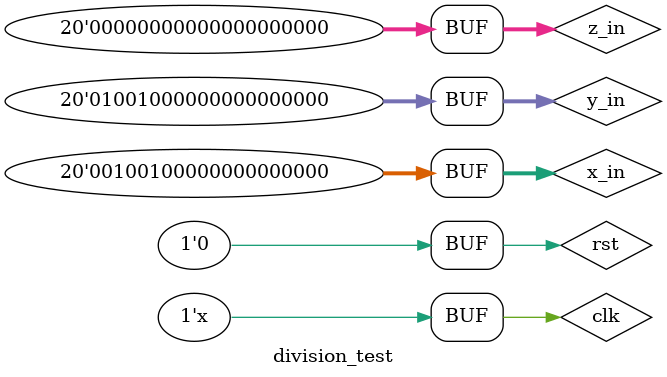
<source format=v>
`timescale 1ns / 1ps


module division_test;

	// Inputs
	reg clk;
	reg rst;
	reg [19:0] x_in;
	reg [19:0] y_in;
	reg [19:0] z_in;

	// Outputs
	wire [19:0] x_out;
	wire [19:0] y_out;
	wire [19:0] z_out;

	// Instantiate the Unit Under Test (UUT)
	Main uut (
		.clk(clk), 
		.rst(rst), 
		.x_in(x_in), 
		.y_in(y_in), 
		.z_in(z_in), 
		.x_out(x_out), 
		.y_out(y_out), 
		.z_out(z_out)
	);
	
	always #10 clk = ~clk;

	initial begin
		// Initialize Inputs
		clk = 0;
		rst = 1;
		
		#99;
		
		rst = 0;
		#50
		x_in = 20'b00100100000000000000;
		y_in = 20'b01001000000000000000;
		z_in = 20'b00000000000000000000;

		// Wait 100 ns for global reset to finish
		#100;
        
		// Add stimulus here

	end
      
endmodule


</source>
